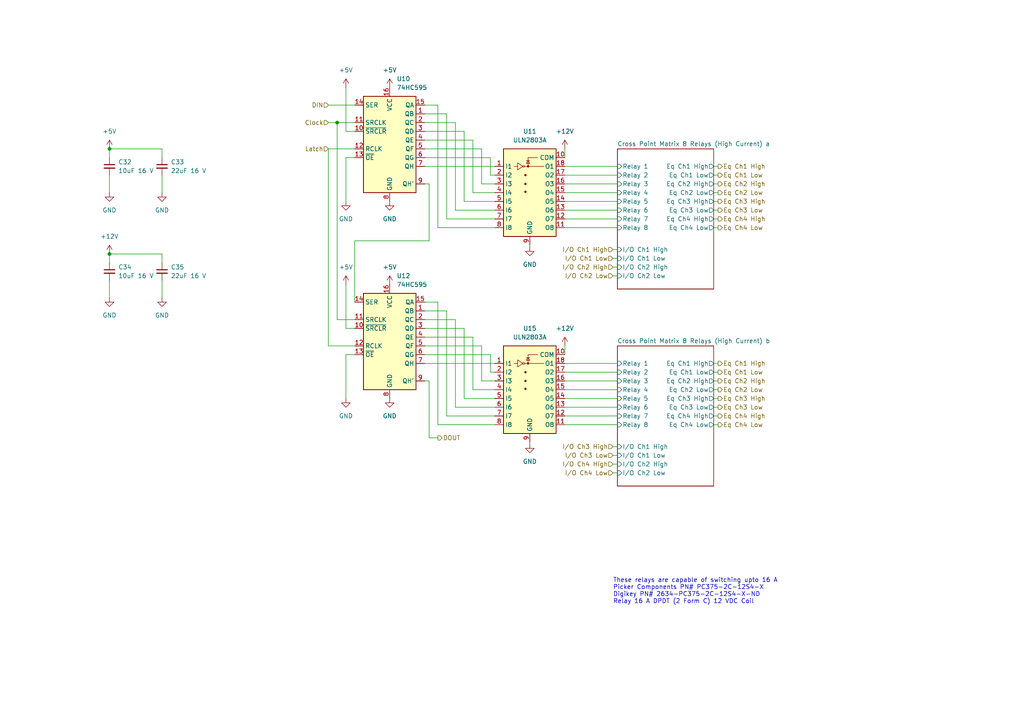
<source format=kicad_sch>
(kicad_sch (version 20211123) (generator eeschema)
  (paper "A4")
  (title_block (title "CIB PCB") (date "2022-05-27") (company "ChargePoint, Inc"))
  (lib_symbols
    (symbol "74xx:74HC595"
      (property "Reference" "U" (at -7.62 13.97 0))
      (property "Value" "74HC595" (at -7.62 -16.51 0))
      (symbol "74HC595_1_0"
        (pin tri_state line (at 10.16 7.62 180) (length 2.54) (name "QB") (number "1"))
        (pin input line (at -10.16 2.54 0) (length 2.54) (name "~{SRCLR}") (number "10"))
        (pin input line (at -10.16 5.08 0) (length 2.54) (name "SRCLK") (number "11"))
        (pin input line (at -10.16 -2.54 0) (length 2.54) (name "RCLK") (number "12"))
        (pin input line (at -10.16 -5.08 0) (length 2.54) (name "~{OE}") (number "13"))
        (pin input line (at -10.16 10.16 0) (length 2.54) (name "SER") (number "14"))
        (pin tri_state line (at 10.16 10.16 180) (length 2.54) (name "QA") (number "15"))
        (pin power_in line (at 0 15.24 270) (length 2.54) (name "VCC") (number "16"))
        (pin tri_state line (at 10.16 5.08 180) (length 2.54) (name "QC") (number "2"))
        (pin tri_state line (at 10.16 2.54 180) (length 2.54) (name "QD") (number "3"))
        (pin tri_state line (at 10.16 0 180) (length 2.54) (name "QE") (number "4"))
        (pin tri_state line (at 10.16 -2.54 180) (length 2.54) (name "QF") (number "5"))
        (pin tri_state line (at 10.16 -5.08 180) (length 2.54) (name "QG") (number "6"))
        (pin tri_state line (at 10.16 -7.62 180) (length 2.54) (name "QH") (number "7"))
        (pin power_in line (at 0 -17.78 90) (length 2.54) (name "GND") (number "8"))
        (pin output line (at 10.16 -12.7 180) (length 2.54) (name "QH'") (number "9"))
      )
      (symbol "74HC595_1_1"
        (rectangle (start -7.62 12.7) (end 7.62 -15.24) (stroke (width 0.254)) (fill (type background)))
      )
    )
    (symbol "Device:C_Small" (pin_numbers hide) (pin_names (offset 0.254) hide)
      (property "Reference" "C" (at 0.254 1.778 0))
      (property "Value" "C_Small" (at 0.254 -2.032 0))
      (symbol "C_Small_0_1"
        (polyline (pts (xy -1.524 -0.508) (xy 1.524 -0.508)) (stroke (width 0.3302)))
        (polyline (pts (xy -1.524 0.508) (xy 1.524 0.508)) (stroke (width 0.3048)))
      )
      (symbol "C_Small_1_1"
        (pin passive line (at 0 2.54 270) (length 2.032) (name "~") (number "1"))
        (pin passive line (at 0 -2.54 90) (length 2.032) (name "~") (number "2"))
      )
    )
    (symbol "Transistor_Array:ULN2803A"
      (property "Reference" "U" (at 0 13.335 0))
      (property "Value" "ULN2803A" (at 0 11.43 0))
      (symbol "ULN2803A_0_1"
        (rectangle (start -7.62 -15.24) (end 7.62 10.16) (stroke (width 0.254)) (fill (type background)))
        (circle (center -1.778 5.08) (radius 0.254))
        (circle (center -1.27 -2.286) (radius 0.254) (fill (type outline)))
        (circle (center -1.27 0) (radius 0.254) (fill (type outline)))
        (circle (center -1.27 2.54) (radius 0.254) (fill (type outline)))
        (circle (center -0.508 5.08) (radius 0.254) (fill (type outline)))
        (polyline (pts (xy -4.572 5.08) (xy -3.556 5.08)))
        (polyline (pts (xy -1.524 5.08) (xy 4.064 5.08)))
        (polyline (pts (xy 0 6.731) (xy -1.016 6.731)))
        (polyline (pts (xy -0.508 5.08) (xy -0.508 7.62) (xy 2.286 7.62)))
        (polyline (pts (xy -3.556 6.096) (xy -3.556 4.064) (xy -2.032 5.08) (xy -3.556 6.096)))
        (polyline (pts (xy 0 5.969) (xy -1.016 5.969) (xy -0.508 6.731) (xy 0 5.969)))
      )
      (symbol "ULN2803A_1_1"
        (pin input line (at -10.16 5.08 0) (length 2.54) (name "I1") (number "1"))
        (pin passive line (at 10.16 7.62 180) (length 2.54) (name "COM") (number "10"))
        (pin open_collector line (at 10.16 -12.7 180) (length 2.54) (name "O8") (number "11"))
        (pin open_collector line (at 10.16 -10.16 180) (length 2.54) (name "O7") (number "12"))
        (pin open_collector line (at 10.16 -7.62 180) (length 2.54) (name "O6") (number "13"))
        (pin open_collector line (at 10.16 -5.08 180) (length 2.54) (name "O5") (number "14"))
        (pin open_collector line (at 10.16 -2.54 180) (length 2.54) (name "O4") (number "15"))
        (pin open_collector line (at 10.16 0 180) (length 2.54) (name "O3") (number "16"))
        (pin open_collector line (at 10.16 2.54 180) (length 2.54) (name "O2") (number "17"))
        (pin open_collector line (at 10.16 5.08 180) (length 2.54) (name "O1") (number "18"))
        (pin input line (at -10.16 2.54 0) (length 2.54) (name "I2") (number "2"))
        (pin input line (at -10.16 0 0) (length 2.54) (name "I3") (number "3"))
        (pin input line (at -10.16 -2.54 0) (length 2.54) (name "I4") (number "4"))
        (pin input line (at -10.16 -5.08 0) (length 2.54) (name "I5") (number "5"))
        (pin input line (at -10.16 -7.62 0) (length 2.54) (name "I6") (number "6"))
        (pin input line (at -10.16 -10.16 0) (length 2.54) (name "I7") (number "7"))
        (pin input line (at -10.16 -12.7 0) (length 2.54) (name "I8") (number "8"))
        (pin power_in line (at 0 -17.78 90) (length 2.54) (name "GND") (number "9"))
      )
    )
    (symbol "power:+12V" (power) (pin_names (offset 0))
      (property "Value" "+12V" (at 0 3.556 0))
      (symbol "+12V_0_1"
        (polyline (pts (xy -0.762 1.27) (xy 0 2.54)))
        (polyline (pts (xy 0 0) (xy 0 2.54)))
        (polyline (pts (xy 0 2.54) (xy 0.762 1.27)))
      )
      (symbol "+12V_1_1"
        (pin power_in line (at 0 0 90) (length 0) hide (name "+12V") (number "1"))
      )
    )
    (symbol "power:+5V" (power) (pin_names (offset 0))
      (property "Value" "+5V" (at 0 3.556 0))
      (symbol "+5V_0_1"
        (polyline (pts (xy -0.762 1.27) (xy 0 2.54)))
        (polyline (pts (xy 0 0) (xy 0 2.54)))
        (polyline (pts (xy 0 2.54) (xy 0.762 1.27)))
      )
      (symbol "+5V_1_1"
        (pin power_in line (at 0 0 90) (length 0) hide (name "+5V") (number "1"))
      )
    )
    (symbol "power:GND" (power) (pin_names (offset 0))
      (property "Value" "GND" (at 0 -3.81 0))
      (symbol "GND_0_1"
        (polyline (pts (xy 0 0) (xy 0 -1.27) (xy 1.27 -1.27) (xy 0 -2.54) (xy -1.27 -1.27) (xy 0 -1.27)))
      )
      (symbol "GND_1_1"
        (pin power_in line (at 0 0 270) (length 0) hide (name "GND") (number "1"))
      )
    )
  )
  (junction (at 97.79 35.56))
  (junction (at 31.75 43.18))
  (junction (at 31.75 73.66))
  (wire (pts (xy 100.33 102.87) (xy 100.33 115.57)))
  (wire (pts (xy 163.83 58.42) (xy 179.07 58.42)))
  (wire (pts (xy 127 123.19) (xy 127 87.63)))
  (wire (pts (xy 163.83 60.96) (xy 179.07 60.96)))
  (wire (pts (xy 132.08 35.56) (xy 123.19 35.56)))
  (wire (pts (xy 143.51 66.04) (xy 127 66.04)))
  (wire (pts (xy 207.01 50.8) (xy 208.28 50.8)))
  (wire (pts (xy 132.08 118.11) (xy 132.08 92.71)))
  (wire (pts (xy 100.33 38.1) (xy 100.33 25.4)))
  (wire (pts (xy 163.83 48.26) (xy 179.07 48.26)))
  (wire (pts (xy 177.8 132.08) (xy 179.07 132.08)))
  (wire (pts (xy 124.46 53.34) (xy 124.46 69.85)))
  (wire (pts (xy 207.01 115.57) (xy 208.28 115.57)))
  (wire (pts (xy 123.19 38.1) (xy 134.62 38.1)))
  (wire (pts (xy 163.83 50.8) (xy 179.07 50.8)))
  (wire (pts (xy 163.83 105.41) (xy 179.07 105.41)))
  (wire (pts (xy 207.01 113.03) (xy 208.28 113.03)))
  (wire (pts (xy 123.19 40.64) (xy 137.16 40.64)))
  (wire (pts (xy 102.87 35.56) (xy 97.79 35.56)))
  (wire (pts (xy 123.19 30.48) (xy 127 30.48)))
  (wire (pts (xy 134.62 38.1) (xy 134.62 58.42)))
  (wire (pts (xy 123.19 48.26) (xy 143.51 48.26)))
  (wire (pts (xy 163.83 118.11) (xy 179.07 118.11)))
  (wire (pts (xy 177.8 74.93) (xy 179.07 74.93)))
  (wire (pts (xy 46.99 45.72) (xy 46.99 43.18)))
  (wire (pts (xy 31.75 43.18) (xy 46.99 43.18)))
  (wire (pts (xy 207.01 66.04) (xy 208.28 66.04)))
  (wire (pts (xy 177.8 134.62) (xy 179.07 134.62)))
  (wire (pts (xy 163.83 55.88) (xy 179.07 55.88)))
  (wire (pts (xy 31.75 45.72) (xy 31.75 43.18)))
  (wire (pts (xy 31.75 76.2) (xy 31.75 73.66)))
  (wire (pts (xy 100.33 95.25) (xy 100.33 82.55)))
  (wire (pts (xy 177.8 137.16) (xy 179.07 137.16)))
  (wire (pts (xy 143.51 60.96) (xy 132.08 60.96)))
  (wire (pts (xy 134.62 58.42) (xy 143.51 58.42)))
  (wire (pts (xy 46.99 50.8) (xy 46.99 55.88)))
  (wire (pts (xy 97.79 92.71) (xy 102.87 92.71)))
  (wire (pts (xy 207.01 58.42) (xy 208.28 58.42)))
  (wire (pts (xy 97.79 35.56) (xy 97.79 92.71)))
  (wire (pts (xy 137.16 40.64) (xy 137.16 55.88)))
  (wire (pts (xy 139.7 53.34) (xy 143.51 53.34)))
  (wire (pts (xy 129.54 90.17) (xy 129.54 120.65)))
  (wire (pts (xy 95.25 100.33) (xy 95.25 43.18)))
  (wire (pts (xy 142.24 107.95) (xy 143.51 107.95)))
  (wire (pts (xy 163.83 100.33) (xy 163.83 102.87)))
  (wire (pts (xy 46.99 81.28) (xy 46.99 86.36)))
  (wire (pts (xy 207.01 123.19) (xy 208.28 123.19)))
  (wire (pts (xy 134.62 115.57) (xy 143.51 115.57)))
  (wire (pts (xy 207.01 118.11) (xy 208.28 118.11)))
  (wire (pts (xy 102.87 100.33) (xy 95.25 100.33)))
  (wire (pts (xy 163.83 115.57) (xy 179.07 115.57)))
  (wire (pts (xy 163.83 107.95) (xy 179.07 107.95)))
  (wire (pts (xy 123.19 110.49) (xy 124.46 110.49)))
  (wire (pts (xy 95.25 43.18) (xy 102.87 43.18)))
  (wire (pts (xy 143.51 118.11) (xy 132.08 118.11)))
  (wire (pts (xy 163.83 123.19) (xy 179.07 123.19)))
  (wire (pts (xy 142.24 50.8) (xy 143.51 50.8)))
  (wire (pts (xy 142.24 45.72) (xy 142.24 50.8)))
  (wire (pts (xy 177.8 77.47) (xy 179.07 77.47)))
  (wire (pts (xy 123.19 95.25) (xy 134.62 95.25)))
  (wire (pts (xy 123.19 100.33) (xy 139.7 100.33)))
  (wire (pts (xy 163.83 110.49) (xy 179.07 110.49)))
  (wire (pts (xy 123.19 45.72) (xy 142.24 45.72)))
  (wire (pts (xy 123.19 90.17) (xy 129.54 90.17)))
  (wire (pts (xy 31.75 50.8) (xy 31.75 55.88)))
  (wire (pts (xy 123.19 53.34) (xy 124.46 53.34)))
  (wire (pts (xy 132.08 60.96) (xy 132.08 35.56)))
  (wire (pts (xy 129.54 33.02) (xy 129.54 63.5)))
  (wire (pts (xy 177.8 129.54) (xy 179.07 129.54)))
  (wire (pts (xy 123.19 97.79) (xy 137.16 97.79)))
  (wire (pts (xy 102.87 38.1) (xy 100.33 38.1)))
  (wire (pts (xy 129.54 120.65) (xy 143.51 120.65)))
  (wire (pts (xy 177.8 80.01) (xy 179.07 80.01)))
  (wire (pts (xy 124.46 127) (xy 127 127)))
  (wire (pts (xy 123.19 43.18) (xy 139.7 43.18)))
  (wire (pts (xy 102.87 87.63) (xy 102.87 69.85)))
  (wire (pts (xy 137.16 113.03) (xy 143.51 113.03)))
  (wire (pts (xy 134.62 95.25) (xy 134.62 115.57)))
  (wire (pts (xy 124.46 110.49) (xy 124.46 127)))
  (wire (pts (xy 132.08 92.71) (xy 123.19 92.71)))
  (wire (pts (xy 207.01 63.5) (xy 208.28 63.5)))
  (wire (pts (xy 143.51 123.19) (xy 127 123.19)))
  (wire (pts (xy 95.25 30.48) (xy 102.87 30.48)))
  (wire (pts (xy 163.83 43.18) (xy 163.83 45.72)))
  (wire (pts (xy 129.54 63.5) (xy 143.51 63.5)))
  (wire (pts (xy 127 66.04) (xy 127 30.48)))
  (wire (pts (xy 177.8 72.39) (xy 179.07 72.39)))
  (wire (pts (xy 207.01 60.96) (xy 208.28 60.96)))
  (wire (pts (xy 97.79 35.56) (xy 95.25 35.56)))
  (wire (pts (xy 31.75 81.28) (xy 31.75 86.36)))
  (wire (pts (xy 139.7 100.33) (xy 139.7 110.49)))
  (wire (pts (xy 46.99 76.2) (xy 46.99 73.66)))
  (wire (pts (xy 139.7 110.49) (xy 143.51 110.49)))
  (wire (pts (xy 163.83 120.65) (xy 179.07 120.65)))
  (wire (pts (xy 207.01 120.65) (xy 208.28 120.65)))
  (wire (pts (xy 137.16 55.88) (xy 143.51 55.88)))
  (wire (pts (xy 153.67 71.12) (xy 153.67 71.628)))
  (wire (pts (xy 123.19 87.63) (xy 127 87.63)))
  (wire (pts (xy 123.19 105.41) (xy 143.51 105.41)))
  (wire (pts (xy 31.75 73.66) (xy 46.99 73.66)))
  (wire (pts (xy 102.87 95.25) (xy 100.33 95.25)))
  (wire (pts (xy 207.01 55.88) (xy 208.28 55.88)))
  (wire (pts (xy 207.01 107.95) (xy 208.28 107.95)))
  (wire (pts (xy 163.83 63.5) (xy 179.07 63.5)))
  (wire (pts (xy 139.7 43.18) (xy 139.7 53.34)))
  (wire (pts (xy 102.87 102.87) (xy 100.33 102.87)))
  (wire (pts (xy 123.19 102.87) (xy 142.24 102.87)))
  (wire (pts (xy 207.01 48.26) (xy 208.28 48.26)))
  (wire (pts (xy 102.87 45.72) (xy 100.33 45.72)))
  (wire (pts (xy 163.83 53.34) (xy 179.07 53.34)))
  (wire (pts (xy 137.16 97.79) (xy 137.16 113.03)))
  (wire (pts (xy 163.83 113.03) (xy 179.07 113.03)))
  (wire (pts (xy 100.33 45.72) (xy 100.33 58.42)))
  (wire (pts (xy 102.87 69.85) (xy 124.46 69.85)))
  (wire (pts (xy 207.01 105.41) (xy 208.28 105.41)))
  (wire (pts (xy 142.24 102.87) (xy 142.24 107.95)))
  (wire (pts (xy 163.83 66.04) (xy 179.07 66.04)))
  (wire (pts (xy 153.67 128.27) (xy 153.67 128.778)))
  (wire (pts (xy 207.01 110.49) (xy 208.28 110.49)))
  (wire (pts (xy 123.19 33.02) (xy 129.54 33.02)))
  (wire (pts (xy 207.01 53.34) (xy 208.28 53.34)))
  (text "These relays are capable of switching upto 16 A\nPicker Components PN# PC375-2C-12S4-X\nDigikey PN# 2634-PC375-2C-12S4-X-ND\nRelay 16 A DPDT (2 Form C) 12 VDC Coil" (at 177.8 175.26 0) (effects (font (size 1.27 1.27)) (justify left bottom)))
  (hierarchical_label "Eq Ch1 Low" (shape output) (at 208.28 50.8 0))
  (hierarchical_label "Eq Ch1 Low" (shape output) (at 208.28 107.95 0))
  (hierarchical_label "I{slash}O Ch2 High" (shape input) (at 177.8 77.47 180))
  (hierarchical_label "I{slash}O Ch2 Low" (shape input) (at 177.8 80.01 180))
  (hierarchical_label "Eq Ch4 High" (shape output) (at 208.28 63.5 0))
  (hierarchical_label "I{slash}O Ch4 High" (shape input) (at 177.8 134.62 180))
  (hierarchical_label "DIN" (shape input) (at 95.25 30.48 180))
  (hierarchical_label "Eq Ch4 High" (shape output) (at 208.28 120.65 0))
  (hierarchical_label "Latch" (shape input) (at 95.25 43.18 180))
  (hierarchical_label "Eq Ch3 High" (shape output) (at 208.28 115.57 0))
  (hierarchical_label "Eq Ch2 High" (shape output) (at 208.28 53.34 0))
  (hierarchical_label "Eq Ch3 Low" (shape output) (at 208.28 118.11 0))
  (hierarchical_label "Eq Ch2 High" (shape output) (at 208.28 110.49 0))
  (hierarchical_label "Eq Ch3 Low" (shape output) (at 208.28 60.96 0))
  (hierarchical_label "I{slash}O Ch4 Low" (shape input) (at 177.8 137.16 180))
  (hierarchical_label "Eq Ch4 Low" (shape output) (at 208.28 66.04 0))
  (hierarchical_label "I{slash}O Ch3 Low" (shape input) (at 177.8 132.08 180))
  (hierarchical_label "Eq Ch2 Low" (shape output) (at 208.28 55.88 0))
  (hierarchical_label "I{slash}O Ch1 Low" (shape input) (at 177.8 74.93 180))
  (hierarchical_label "Eq Ch3 High" (shape output) (at 208.28 58.42 0))
  (hierarchical_label "Eq Ch2 Low" (shape output) (at 208.28 113.03 0))
  (hierarchical_label "I{slash}O Ch1 High" (shape input) (at 177.8 72.39 180))
  (hierarchical_label "Eq Ch1 High" (shape output) (at 208.28 48.26 0))
  (hierarchical_label "Eq Ch4 Low" (shape output) (at 208.28 123.19 0))
  (hierarchical_label "Eq Ch1 High" (shape output) (at 208.28 105.41 0))
  (hierarchical_label "DOUT" (shape output) (at 127 127 0))
  (hierarchical_label "Clock" (shape input) (at 95.25 35.56 180))
  (hierarchical_label "I{slash}O Ch3 High" (shape input) (at 177.8 129.54 180))
  (symbol (lib_id "power:GND") (at 100.33 58.42 0) (unit 1)
    (property "Reference" "#PWR0139" (effects hide))
    (property "Value" "~" (at 100.33 63.5 0))
  )
  (symbol (lib_id "power:GND") (at 31.75 86.36 0) (unit 1)
    (property "Reference" "#PWR0151" (effects hide))
    (property "Value" "GND" (at 31.75 91.44 0))
  )
  (symbol (lib_id "power:+5V") (at 100.33 25.4 0) (unit 1)
    (property "Reference" "#PWR0142" (effects hide))
    (property "Value" "+5V" (at 100.33 20.32 0))
  )
  (symbol (lib_id "power:+12V") (at 31.75 73.66 0) (unit 1)
    (property "Reference" "#PWR0150" (effects hide))
    (property "Value" "+12V" (at 31.75 68.58 0))
  )
  (symbol (lib_id "power:+5V") (at 113.03 25.4 0) (unit 1)
    (property "Reference" "#PWR0143" (effects hide))
    (property "Value" "+5V" (at 113.03 20.32 0))
  )
  (symbol (lib_id "74xx:74HC595") (at 113.03 97.79 0) (unit 1)
    (property "Reference" "U12" (at 115.0494 80.01 0) (effects (justify left)))
    (property "Value" "74HC595" (at 115.0494 82.55 0) (effects (justify left)))
    (property "Footprint" "Package_DIP:DIP-16_W7.62mm_LongPads" (effects hide))
    (property "Datasheet" "http://www.ti.com/lit/ds/symlink/sn74hc595.pdf" (effects hide))
  )
  (symbol (lib_id "power:GND") (at 113.03 115.57 0) (unit 1)
    (property "Reference" "#PWR0132" (effects hide))
    (property "Value" "~" (at 113.03 120.65 0))
  )
  (symbol (lib_id "Device:C_Small") (at 46.99 78.74 0) (unit 1)
    (property "Reference" "C35" (at 49.53 77.4762 0) (effects (justify left)))
    (property "Value" "22uF 16 V" (at 49.53 80.0162 0) (effects (justify left)))
    (property "Footprint" "Capacitor_SMD:C_1206_3216Metric_Pad1.33x1.80mm_HandSolder" (effects hide))
    (property "Datasheet" "https://www.we-online.com/katalog/datasheet/885012108018.pdf" (effects hide))
    (property "Manufacturer #" "885012108018" (effects hide))
    (property "DigiKey #" "732-7642-1-ND" (effects hide))
    (property "Manufacturer" "Würth Elektronik" (effects hide))
    (property "Description" "22 µF ±20% 16V Ceramic Capacitor X5R 1206 (3216 Metric)" (effects hide))
    (property "DigiKey Price/Stock" "https://www.digikey.co.uk/en/products/detail/w%C3%BCrth-elektronik/885012108018/5453497?s=N4IgTCBcDaIOwGYwFo4DYAsKCMyByAIiALoC%2BQA" (effects hide))
  )
  (symbol (lib_id "power:GND") (at 46.99 55.88 0) (unit 1)
    (property "Reference" "#PWR0148" (effects hide))
    (property "Value" "GND" (at 46.99 60.96 0))
  )
  (symbol (lib_id "power:+12V") (at 163.83 100.33 0) (unit 1)
    (property "Reference" "#PWR0134" (effects hide))
    (property "Value" "+12V" (at 163.83 95.25 0))
  )
  (symbol (lib_id "power:GND") (at 113.03 58.42 0) (unit 1)
    (property "Reference" "#PWR0141" (effects hide))
    (property "Value" "~" (at 113.03 63.5 0))
  )
  (symbol (lib_id "Device:C_Small") (at 31.75 78.74 0) (unit 1)
    (property "Reference" "C34" (at 34.29 77.4762 0) (effects (justify left)))
    (property "Value" "10uF 16 V" (at 34.29 80.0162 0) (effects (justify left)))
    (property "Footprint" "Capacitor_SMD:C_1206_3216Metric_Pad1.33x1.80mm_HandSolder" (effects hide))
    (property "Datasheet" "https://media.digikey.com/pdf/Data%20Sheets/Samsung%20PDFs/CL31B106KOHNNNE_Spec.pdf" (effects hide))
    (property "Manufacturer #" "CL31A106KOHNNNE" (effects hide))
    (property "DigiKey #" "1276-1137-1-ND" (effects hide))
    (property "Manufacturer" "Samsung Electro-Mechanics" (effects hide))
    (property "Description" "10 µF ±10% 16V Ceramic Capacitor X5R 1206 (3216 Metric)" (effects hide))
    (property "DigiKey Price/Stock" "https://www.digikey.co.uk/en/products/detail/samsung-electro-mechanics/CL31A106KOHNNNE/3886795?s=N4IgTCBcDaIIxgOwDYC0c4GZHtQOQBEQBdAXyA" (effects hide))
  )
  (symbol (lib_id "Device:C_Small") (at 46.99 48.26 0) (unit 1)
    (property "Reference" "C33" (at 49.53 46.9962 0) (effects (justify left)))
    (property "Value" "22uF 16 V" (at 49.53 49.5362 0) (effects (justify left)))
    (property "Footprint" "Capacitor_SMD:C_1206_3216Metric_Pad1.33x1.80mm_HandSolder" (effects hide))
    (property "Datasheet" "https://www.we-online.com/katalog/datasheet/885012108018.pdf" (effects hide))
    (property "Manufacturer #" "885012108018" (effects hide))
    (property "DigiKey #" "732-7642-1-ND" (effects hide))
    (property "Manufacturer" "Würth Elektronik" (effects hide))
    (property "Description" "22 µF ±20% 16V Ceramic Capacitor X5R 1206 (3216 Metric)" (effects hide))
    (property "DigiKey Price/Stock" "https://www.digikey.co.uk/en/products/detail/w%C3%BCrth-elektronik/885012108018/5453497?s=N4IgTCBcDaIOwGYwFo4DYAsKCMyByAIiALoC%2BQA" (effects hide))
  )
  (symbol (lib_id "Transistor_Array:ULN2803A") (at 153.67 53.34 0) (unit 1)
    (property "Reference" "U11" (at 153.67 38.1 0))
    (property "Value" "ULN2803A" (at 153.67 40.64 0))
    (property "Footprint" "Package_DIP:DIP-18_W7.62mm_LongPads" (effects hide))
    (property "Datasheet" "http://www.ti.com/lit/ds/symlink/uln2803a.pdf" (effects hide))
    (property "DigiKey #" "497-2356-5-ND" (effects hide))
    (property "Manufacturer #" "ULN2803A" (effects hide))
    (property "Manufacturer" "STMicroelectronics" (effects hide))
    (property "Mouser Part Number" "511-ULN2803A" (effects hide))
  )
  (symbol (lib_id "power:+5V") (at 31.75 43.18 0) (unit 1)
    (property "Reference" "#PWR0145" (effects hide))
    (property "Value" "+5V" (at 31.75 38.1 0))
  )
  (symbol (lib_id "power:+5V") (at 100.33 82.55 0) (unit 1)
    (property "Reference" "#PWR0140" (effects hide))
    (property "Value" "+5V" (at 100.33 77.47 0))
  )
  (symbol (lib_id "power:GND") (at 100.33 115.57 0) (unit 1)
    (property "Reference" "#PWR0133" (effects hide))
    (property "Value" "~" (at 100.33 120.65 0))
  )
  (symbol (lib_id "74xx:74HC595") (at 113.03 40.64 0) (unit 1)
    (property "Reference" "U10" (at 115.0494 22.86 0) (effects (justify left)))
    (property "Value" "74HC595" (at 115.0494 25.4 0) (effects (justify left)))
    (property "Footprint" "Package_DIP:DIP-16_W7.62mm_LongPads" (effects hide))
    (property "Datasheet" "http://www.ti.com/lit/ds/symlink/sn74hc595.pdf" (effects hide))
  )
  (symbol (lib_id "power:GND") (at 153.67 71.628 0) (unit 1)
    (property "Reference" "#PWR0137" (effects hide))
    (property "Value" "~" (at 153.67 76.708 0))
  )
  (symbol (lib_id "power:GND") (at 31.75 55.88 0) (unit 1)
    (property "Reference" "#PWR0147" (effects hide))
    (property "Value" "GND" (at 31.75 60.96 0))
  )
  (symbol (lib_id "Transistor_Array:ULN2803A") (at 153.67 110.49 0) (unit 1)
    (property "Reference" "U15" (at 153.67 95.25 0))
    (property "Value" "ULN2803A" (at 153.67 97.79 0))
    (property "Footprint" "Package_DIP:DIP-18_W7.62mm_LongPads" (effects hide))
    (property "Datasheet" "http://www.ti.com/lit/ds/symlink/uln2803a.pdf" (effects hide))
    (property "DigiKey #" "497-2356-5-ND" (effects hide))
    (property "Manufacturer #" "ULN2803A" (effects hide))
    (property "Manufacturer" "STMicroelectronics" (effects hide))
    (property "Mouser Part Number" "511-ULN2803A" (effects hide))
  )
  (symbol (lib_id "power:GND") (at 153.67 128.778 0) (unit 1)
    (property "Reference" "#PWR0135" (effects hide))
    (property "Value" "~" (at 153.67 133.858 0))
  )
  (symbol (lib_id "power:GND") (at 46.99 86.36 0) (unit 1)
    (property "Reference" "#PWR0152" (effects hide))
    (property "Value" "GND" (at 46.99 91.44 0))
  )
  (symbol (lib_id "Device:C_Small") (at 31.75 48.26 0) (unit 1)
    (property "Reference" "C32" (at 34.29 46.9962 0) (effects (justify left)))
    (property "Value" "10uF 16 V" (at 34.29 49.5362 0) (effects (justify left)))
    (property "Footprint" "Capacitor_SMD:C_1206_3216Metric_Pad1.33x1.80mm_HandSolder" (effects hide))
    (property "Datasheet" "https://media.digikey.com/pdf/Data%20Sheets/Samsung%20PDFs/CL31B106KOHNNNE_Spec.pdf" (effects hide))
    (property "Manufacturer #" "CL31A106KOHNNNE" (effects hide))
    (property "DigiKey #" "1276-1137-1-ND" (effects hide))
    (property "Manufacturer" "Samsung Electro-Mechanics" (effects hide))
    (property "Description" "10 µF ±10% 16V Ceramic Capacitor X5R 1206 (3216 Metric)" (effects hide))
    (property "DigiKey Price/Stock" "https://www.digikey.co.uk/en/products/detail/samsung-electro-mechanics/CL31A106KOHNNNE/3886795?s=N4IgTCBcDaIIxgOwDYC0c4GZHtQOQBEQBdAXyA" (effects hide))
  )
  (symbol (lib_id "power:+5V") (at 113.03 82.55 0) (unit 1)
    (property "Reference" "#PWR0138" (effects hide))
    (property "Value" "+5V" (at 113.03 77.47 0))
  )
  (symbol (lib_id "power:+12V") (at 163.83 43.18 0) (unit 1)
    (property "Reference" "#PWR0136" (effects hide))
    (property "Value" "+12V" (at 163.83 38.1 0))
  )
  (sheet (at 179.07 100.33) (size 27.94 40.64) (stroke (width 0.1524))
    (property "Sheet name" "Cross Point Matrix 8 Relays (High Current) b" (at 179.07 99.6184 0) (effects (justify left bottom)))
    (property "Sheet file" "Cross Point Matrix 8 Relays (High Current).kicad_sch" (effects hide))
    (pin "Relay 5" input (at 179.07 115.57 180))
    (pin "I{slash}O Ch2 High" input (at 179.07 134.62 180))
    (pin "I{slash}O Ch2 Low" input (at 179.07 137.16 180))
    (pin "I{slash}O Ch1 High" input (at 179.07 129.54 180))
    (pin "I{slash}O Ch1 Low" input (at 179.07 132.08 180))
    (pin "Relay 1" input (at 179.07 105.41 180))
    (pin "Relay 2" input (at 179.07 107.95 180))
    (pin "Relay 6" input (at 179.07 118.11 180))
    (pin "Relay 3" input (at 179.07 110.49 180))
    (pin "Relay 4" input (at 179.07 113.03 180))
    (pin "Relay 8" input (at 179.07 123.19 180))
    (pin "Relay 7" input (at 179.07 120.65 180))
    (pin "Eq Ch1 High" output (at 207.01 105.41 0))
    (pin "Eq Ch1 Low" output (at 207.01 107.95 0))
    (pin "Eq Ch2 Low" output (at 207.01 113.03 0))
    (pin "Eq Ch2 High" output (at 207.01 110.49 0))
    (pin "Eq Ch4 Low" output (at 207.01 123.19 0))
    (pin "Eq Ch4 High" output (at 207.01 120.65 0))
    (pin "Eq Ch3 High" output (at 207.01 115.57 0))
    (pin "Eq Ch3 Low" output (at 207.01 118.11 0))
  )
  (sheet (at 179.07 43.18) (size 27.94 40.64) (stroke (width 0.1524))
    (property "Sheet name" "Cross Point Matrix 8 Relays (High Current) a" (at 179.07 42.4684 0) (effects (justify left bottom)))
    (property "Sheet file" "Cross Point Matrix 8 Relays (High Current).kicad_sch" (effects hide))
    (pin "Relay 5" input (at 179.07 58.42 180))
    (pin "I{slash}O Ch2 High" input (at 179.07 77.47 180))
    (pin "I{slash}O Ch2 Low" input (at 179.07 80.01 180))
    (pin "I{slash}O Ch1 High" input (at 179.07 72.39 180))
    (pin "I{slash}O Ch1 Low" input (at 179.07 74.93 180))
    (pin "Relay 1" input (at 179.07 48.26 180))
    (pin "Relay 2" input (at 179.07 50.8 180))
    (pin "Relay 6" input (at 179.07 60.96 180))
    (pin "Relay 3" input (at 179.07 53.34 180))
    (pin "Relay 4" input (at 179.07 55.88 180))
    (pin "Relay 8" input (at 179.07 66.04 180))
    (pin "Relay 7" input (at 179.07 63.5 180))
    (pin "Eq Ch1 High" output (at 207.01 48.26 0))
    (pin "Eq Ch1 Low" output (at 207.01 50.8 0))
    (pin "Eq Ch2 Low" output (at 207.01 55.88 0))
    (pin "Eq Ch2 High" output (at 207.01 53.34 0))
    (pin "Eq Ch4 Low" output (at 207.01 66.04 0))
    (pin "Eq Ch4 High" output (at 207.01 63.5 0))
    (pin "Eq Ch3 High" output (at 207.01 58.42 0))
    (pin "Eq Ch3 Low" output (at 207.01 60.96 0))
  )
)
</source>
